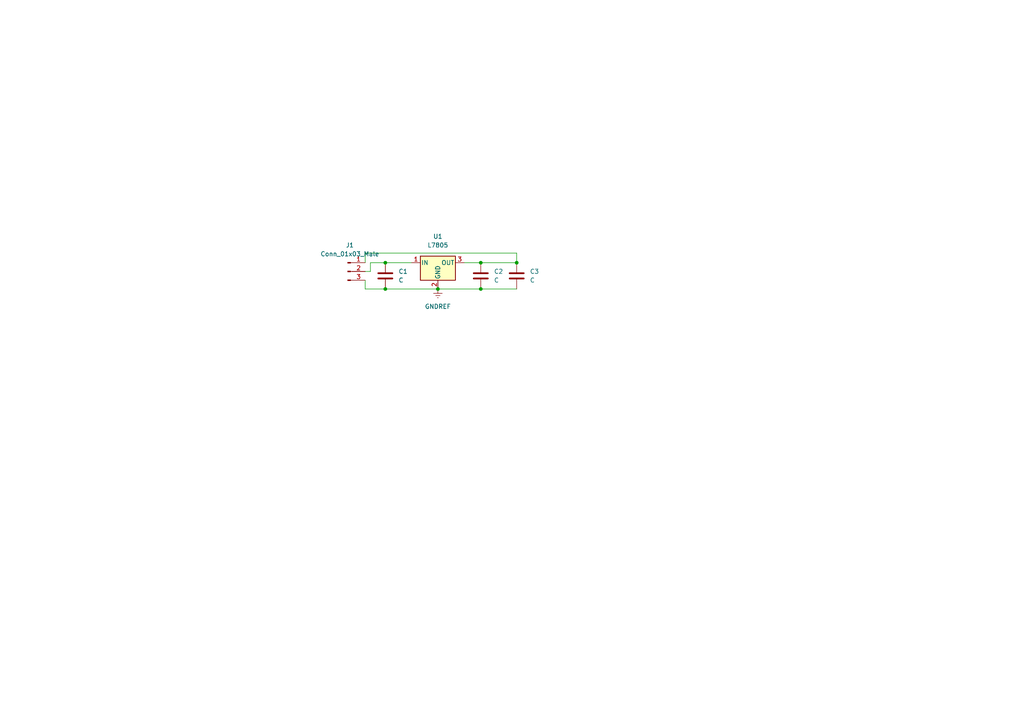
<source format=kicad_sch>
(kicad_sch (version 20211123) (generator eeschema)
  (paper "A4")
  (lib_symbols
    (symbol "Connector:Conn_01x03_Male" (pin_names (offset 1.016) hide)
      (property "Reference" "J" (at 0 5.08 0))
      (property "Value" "Conn_01x03_Male" (at 0 -5.08 0))
      (symbol "Conn_01x03_Male_1_1"
        (polyline (pts (xy 1.27 -2.54) (xy 0.8636 -2.54)) (stroke (width 0.1524)))
        (polyline (pts (xy 1.27 0) (xy 0.8636 0)) (stroke (width 0.1524)))
        (polyline (pts (xy 1.27 2.54) (xy 0.8636 2.54)) (stroke (width 0.1524)))
        (rectangle (start 0.8636 -2.413) (end 0 -2.667) (stroke (width 0.1524)) (fill (type outline)))
        (rectangle (start 0.8636 0.127) (end 0 -0.127) (stroke (width 0.1524)) (fill (type outline)))
        (rectangle (start 0.8636 2.667) (end 0 2.413) (stroke (width 0.1524)) (fill (type outline)))
        (pin passive line (at 5.08 2.54 180) (length 3.81) (name "Pin_1") (number "1"))
        (pin passive line (at 5.08 0 180) (length 3.81) (name "Pin_2") (number "2"))
        (pin passive line (at 5.08 -2.54 180) (length 3.81) (name "Pin_3") (number "3"))
      )
    )
    (symbol "Device:C" (pin_numbers hide) (pin_names (offset 0.254))
      (property "Reference" "C" (at 0.635 2.54 0))
      (property "Value" "C" (at 0.635 -2.54 0))
      (symbol "C_0_1"
        (polyline (pts (xy -2.032 -0.762) (xy 2.032 -0.762)) (stroke (width 0.508)))
        (polyline (pts (xy -2.032 0.762) (xy 2.032 0.762)) (stroke (width 0.508)))
      )
      (symbol "C_1_1"
        (pin passive line (at 0 3.81 270) (length 2.794) (name "~") (number "1"))
        (pin passive line (at 0 -3.81 90) (length 2.794) (name "~") (number "2"))
      )
    )
    (symbol "Regulator_Linear:L7805" (pin_names (offset 0.254))
      (property "Reference" "U" (at -3.81 3.175 0))
      (property "Value" "L7805" (at 0 3.175 0))
      (symbol "L7805_0_1"
        (rectangle (start -5.08 1.905) (end 5.08 -5.08) (stroke (width 0.254)) (fill (type background)))
      )
      (symbol "L7805_1_1"
        (pin power_in line (at -7.62 0 0) (length 2.54) (name "IN") (number "1"))
        (pin power_in line (at 0 -7.62 90) (length 2.54) (name "GND") (number "2"))
        (pin power_out line (at 7.62 0 180) (length 2.54) (name "OUT") (number "3"))
      )
    )
    (symbol "power:GNDREF" (power) (pin_names (offset 0))
      (property "Value" "GNDREF" (at 0 -3.81 0))
      (symbol "GNDREF_0_1"
        (polyline (pts (xy -0.635 -1.905) (xy 0.635 -1.905)))
        (polyline (pts (xy -0.127 -2.54) (xy 0.127 -2.54)))
        (polyline (pts (xy 0 -1.27) (xy 0 0)))
        (polyline (pts (xy 1.27 -1.27) (xy -1.27 -1.27)))
      )
      (symbol "GNDREF_1_1"
        (pin power_in line (at 0 0 270) (length 0) hide (name "GNDREF") (number "1"))
      )
    )
  )
  (junction (at 111.76 76.2))
  (junction (at 139.446 83.82))
  (junction (at 127 83.82))
  (junction (at 111.76 83.82))
  (junction (at 139.446 76.2))
  (junction (at 149.86 76.2))
  (wire (pts (xy 149.86 73.406) (xy 149.86 76.2)))
  (wire (pts (xy 107.442 76.2) (xy 111.76 76.2)))
  (wire (pts (xy 139.446 76.2) (xy 149.86 76.2)))
  (wire (pts (xy 134.62 76.2) (xy 139.446 76.2)))
  (wire (pts (xy 105.918 73.406) (xy 149.86 73.406)))
  (wire (pts (xy 127 83.82) (xy 139.446 83.82)))
  (wire (pts (xy 111.76 76.2) (xy 119.38 76.2)))
  (wire (pts (xy 105.918 76.2) (xy 105.918 73.406)))
  (wire (pts (xy 105.918 81.28) (xy 105.918 83.82)))
  (wire (pts (xy 111.76 83.82) (xy 127 83.82)))
  (wire (pts (xy 139.446 83.82) (xy 149.86 83.82)))
  (wire (pts (xy 105.918 78.74) (xy 107.442 78.74)))
  (wire (pts (xy 107.442 78.74) (xy 107.442 76.2)))
  (wire (pts (xy 105.918 83.82) (xy 111.76 83.82)))
  (symbol (lib_id "Device:C") (at 111.76 80.01 0) (unit 1)
    (property "Reference" "C1" (at 115.57 78.7399 0) (effects (justify left)))
    (property "Value" "C" (at 115.57 81.2799 0) (effects (justify left)))
    (property "Footprint" "Capacitor_THT:CP_Radial_D5.0mm_P2.50mm" (effects hide))
  )
  (symbol (lib_id "Regulator_Linear:L7805") (at 127 76.2 0) (unit 1)
    (property "Reference" "U1" (at 127 68.58 0))
    (property "Value" "L7805" (at 127 71.12 0))
    (property "Footprint" "Package_TO_SOT_SMD:SOT-23" (effects hide))
    (property "Datasheet" "http://www.st.com/content/ccc/resource/technical/document/datasheet/41/4f/b3/b0/12/d4/47/88/CD00000444.pdf/files/CD00000444.pdf/jcr:content/translations/en.CD00000444.pdf" (effects hide))
  )
  (symbol (lib_id "Connector:Conn_01x03_Male") (at 100.838 78.74 0) (unit 1)
    (property "Reference" "J1" (at 101.473 71.12 0))
    (property "Value" "Conn_01x03_Male" (at 101.473 73.66 0))
    (property "Footprint" "Connector_PinHeader_2.54mm:PinHeader_1x03_P2.54mm_Vertical" (effects hide))
  )
  (symbol (lib_id "power:GNDREF") (at 127 83.82 0) (unit 1)
    (property "Reference" "#PWR0101" (effects hide))
    (property "Value" "GNDREF" (at 127 88.9 0))
  )
  (symbol (lib_id "Device:C") (at 149.86 80.01 0) (unit 1)
    (property "Reference" "C3" (at 153.67 78.7399 0) (effects (justify left)))
    (property "Value" "C" (at 153.67 81.2799 0) (effects (justify left)))
    (property "Footprint" "Capacitor_THT:CP_Radial_D5.0mm_P2.50mm" (effects hide))
  )
  (symbol (lib_id "Device:C") (at 139.446 80.01 0) (unit 1)
    (property "Reference" "C2" (at 143.256 78.7399 0) (effects (justify left)))
    (property "Value" "C" (at 143.256 81.2799 0) (effects (justify left)))
    (property "Footprint" "Capacitor_THT:CP_Radial_D5.0mm_P2.50mm" (effects hide))
  )
)
</source>
